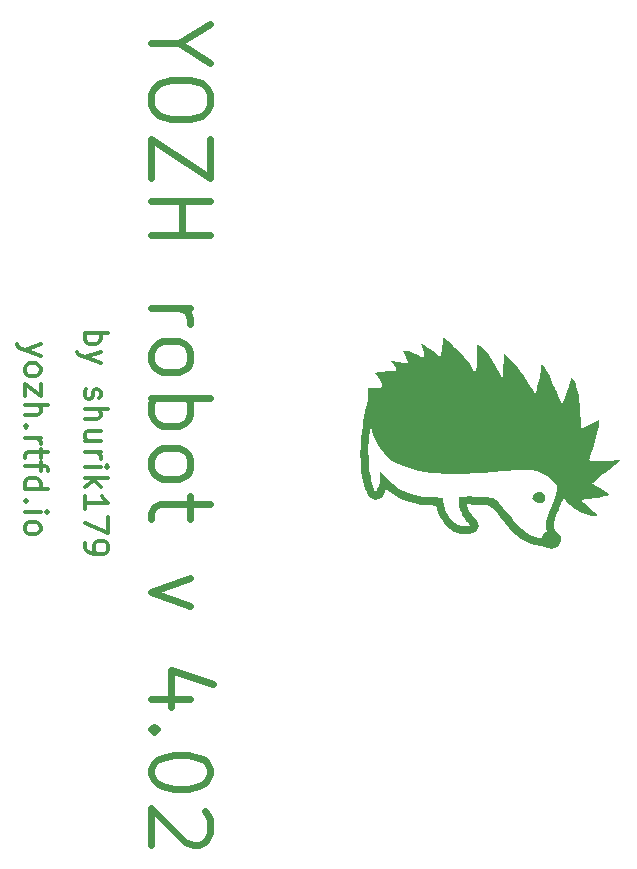
<source format=gbr>
%TF.GenerationSoftware,KiCad,Pcbnew,7.0.8*%
%TF.CreationDate,2023-10-27T09:19:23-04:00*%
%TF.ProjectId,bottom_plate,626f7474-6f6d-45f7-906c-6174652e6b69,rev?*%
%TF.SameCoordinates,Original*%
%TF.FileFunction,Legend,Top*%
%TF.FilePolarity,Positive*%
%FSLAX46Y46*%
G04 Gerber Fmt 4.6, Leading zero omitted, Abs format (unit mm)*
G04 Created by KiCad (PCBNEW 7.0.8) date 2023-10-27 09:19:23*
%MOMM*%
%LPD*%
G01*
G04 APERTURE LIST*
%ADD10C,0.600000*%
%ADD11C,0.300000*%
%ADD12C,3.200000*%
G04 APERTURE END LIST*
D10*
X38199057Y33587334D02*
X35818104Y33587334D01*
X40818104Y35254001D02*
X38199057Y33587334D01*
X38199057Y33587334D02*
X40818104Y31920668D01*
X40818104Y29301620D02*
X40818104Y28349239D01*
X40818104Y28349239D02*
X40580009Y27873049D01*
X40580009Y27873049D02*
X40103819Y27396858D01*
X40103819Y27396858D02*
X39151438Y27158763D01*
X39151438Y27158763D02*
X37484771Y27158763D01*
X37484771Y27158763D02*
X36532390Y27396858D01*
X36532390Y27396858D02*
X36056200Y27873049D01*
X36056200Y27873049D02*
X35818104Y28349239D01*
X35818104Y28349239D02*
X35818104Y29301620D01*
X35818104Y29301620D02*
X36056200Y29777811D01*
X36056200Y29777811D02*
X36532390Y30254001D01*
X36532390Y30254001D02*
X37484771Y30492097D01*
X37484771Y30492097D02*
X39151438Y30492097D01*
X39151438Y30492097D02*
X40103819Y30254001D01*
X40103819Y30254001D02*
X40580009Y29777811D01*
X40580009Y29777811D02*
X40818104Y29301620D01*
X40818104Y25492097D02*
X40818104Y22158763D01*
X40818104Y22158763D02*
X35818104Y25492097D01*
X35818104Y25492097D02*
X35818104Y22158763D01*
X35818104Y20254001D02*
X40818104Y20254001D01*
X38437152Y20254001D02*
X38437152Y17396858D01*
X35818104Y17396858D02*
X40818104Y17396858D01*
X35818104Y11206382D02*
X39151438Y11206382D01*
X38199057Y11206382D02*
X38675247Y10968287D01*
X38675247Y10968287D02*
X38913342Y10730192D01*
X38913342Y10730192D02*
X39151438Y10254001D01*
X39151438Y10254001D02*
X39151438Y9777811D01*
X35818104Y7396859D02*
X36056200Y7873049D01*
X36056200Y7873049D02*
X36294295Y8111144D01*
X36294295Y8111144D02*
X36770485Y8349240D01*
X36770485Y8349240D02*
X38199057Y8349240D01*
X38199057Y8349240D02*
X38675247Y8111144D01*
X38675247Y8111144D02*
X38913342Y7873049D01*
X38913342Y7873049D02*
X39151438Y7396859D01*
X39151438Y7396859D02*
X39151438Y6682573D01*
X39151438Y6682573D02*
X38913342Y6206382D01*
X38913342Y6206382D02*
X38675247Y5968287D01*
X38675247Y5968287D02*
X38199057Y5730192D01*
X38199057Y5730192D02*
X36770485Y5730192D01*
X36770485Y5730192D02*
X36294295Y5968287D01*
X36294295Y5968287D02*
X36056200Y6206382D01*
X36056200Y6206382D02*
X35818104Y6682573D01*
X35818104Y6682573D02*
X35818104Y7396859D01*
X35818104Y3587334D02*
X40818104Y3587334D01*
X38913342Y3587334D02*
X39151438Y3111144D01*
X39151438Y3111144D02*
X39151438Y2158763D01*
X39151438Y2158763D02*
X38913342Y1682572D01*
X38913342Y1682572D02*
X38675247Y1444477D01*
X38675247Y1444477D02*
X38199057Y1206382D01*
X38199057Y1206382D02*
X36770485Y1206382D01*
X36770485Y1206382D02*
X36294295Y1444477D01*
X36294295Y1444477D02*
X36056200Y1682572D01*
X36056200Y1682572D02*
X35818104Y2158763D01*
X35818104Y2158763D02*
X35818104Y3111144D01*
X35818104Y3111144D02*
X36056200Y3587334D01*
X35818104Y-1650761D02*
X36056200Y-1174571D01*
X36056200Y-1174571D02*
X36294295Y-936476D01*
X36294295Y-936476D02*
X36770485Y-698380D01*
X36770485Y-698380D02*
X38199057Y-698380D01*
X38199057Y-698380D02*
X38675247Y-936476D01*
X38675247Y-936476D02*
X38913342Y-1174571D01*
X38913342Y-1174571D02*
X39151438Y-1650761D01*
X39151438Y-1650761D02*
X39151438Y-2365047D01*
X39151438Y-2365047D02*
X38913342Y-2841238D01*
X38913342Y-2841238D02*
X38675247Y-3079333D01*
X38675247Y-3079333D02*
X38199057Y-3317428D01*
X38199057Y-3317428D02*
X36770485Y-3317428D01*
X36770485Y-3317428D02*
X36294295Y-3079333D01*
X36294295Y-3079333D02*
X36056200Y-2841238D01*
X36056200Y-2841238D02*
X35818104Y-2365047D01*
X35818104Y-2365047D02*
X35818104Y-1650761D01*
X39151438Y-4746000D02*
X39151438Y-6650762D01*
X40818104Y-5460286D02*
X36532390Y-5460286D01*
X36532390Y-5460286D02*
X36056200Y-5698381D01*
X36056200Y-5698381D02*
X35818104Y-6174571D01*
X35818104Y-6174571D02*
X35818104Y-6650762D01*
X39151438Y-11650762D02*
X35818104Y-12841238D01*
X35818104Y-12841238D02*
X39151438Y-14031715D01*
X39151438Y-21888858D02*
X35818104Y-21888858D01*
X41056200Y-20698382D02*
X37484771Y-19507905D01*
X37484771Y-19507905D02*
X37484771Y-22603144D01*
X36294295Y-24507906D02*
X36056200Y-24746001D01*
X36056200Y-24746001D02*
X35818104Y-24507906D01*
X35818104Y-24507906D02*
X36056200Y-24269810D01*
X36056200Y-24269810D02*
X36294295Y-24507906D01*
X36294295Y-24507906D02*
X35818104Y-24507906D01*
X40818104Y-27841239D02*
X40818104Y-28317429D01*
X40818104Y-28317429D02*
X40580009Y-28793620D01*
X40580009Y-28793620D02*
X40341914Y-29031715D01*
X40341914Y-29031715D02*
X39865723Y-29269810D01*
X39865723Y-29269810D02*
X38913342Y-29507905D01*
X38913342Y-29507905D02*
X37722866Y-29507905D01*
X37722866Y-29507905D02*
X36770485Y-29269810D01*
X36770485Y-29269810D02*
X36294295Y-29031715D01*
X36294295Y-29031715D02*
X36056200Y-28793620D01*
X36056200Y-28793620D02*
X35818104Y-28317429D01*
X35818104Y-28317429D02*
X35818104Y-27841239D01*
X35818104Y-27841239D02*
X36056200Y-27365048D01*
X36056200Y-27365048D02*
X36294295Y-27126953D01*
X36294295Y-27126953D02*
X36770485Y-26888858D01*
X36770485Y-26888858D02*
X37722866Y-26650762D01*
X37722866Y-26650762D02*
X38913342Y-26650762D01*
X38913342Y-26650762D02*
X39865723Y-26888858D01*
X39865723Y-26888858D02*
X40341914Y-27126953D01*
X40341914Y-27126953D02*
X40580009Y-27365048D01*
X40580009Y-27365048D02*
X40818104Y-27841239D01*
X40341914Y-31412667D02*
X40580009Y-31650763D01*
X40580009Y-31650763D02*
X40818104Y-32126953D01*
X40818104Y-32126953D02*
X40818104Y-33317429D01*
X40818104Y-33317429D02*
X40580009Y-33793620D01*
X40580009Y-33793620D02*
X40341914Y-34031715D01*
X40341914Y-34031715D02*
X39865723Y-34269810D01*
X39865723Y-34269810D02*
X39389533Y-34269810D01*
X39389533Y-34269810D02*
X38675247Y-34031715D01*
X38675247Y-34031715D02*
X35818104Y-31174572D01*
X35818104Y-31174572D02*
X35818104Y-34269810D01*
D11*
X30205361Y9079335D02*
X32205361Y9079335D01*
X31443457Y9079335D02*
X31538695Y8888859D01*
X31538695Y8888859D02*
X31538695Y8507906D01*
X31538695Y8507906D02*
X31443457Y8317430D01*
X31443457Y8317430D02*
X31348219Y8222192D01*
X31348219Y8222192D02*
X31157742Y8126954D01*
X31157742Y8126954D02*
X30586314Y8126954D01*
X30586314Y8126954D02*
X30395838Y8222192D01*
X30395838Y8222192D02*
X30300600Y8317430D01*
X30300600Y8317430D02*
X30205361Y8507906D01*
X30205361Y8507906D02*
X30205361Y8888859D01*
X30205361Y8888859D02*
X30300600Y9079335D01*
X31538695Y7460287D02*
X30205361Y6984097D01*
X31538695Y6507906D02*
X30205361Y6984097D01*
X30205361Y6984097D02*
X29729171Y7174573D01*
X29729171Y7174573D02*
X29633933Y7269811D01*
X29633933Y7269811D02*
X29538695Y7460287D01*
X30300600Y4317429D02*
X30205361Y4126953D01*
X30205361Y4126953D02*
X30205361Y3746001D01*
X30205361Y3746001D02*
X30300600Y3555524D01*
X30300600Y3555524D02*
X30491076Y3460286D01*
X30491076Y3460286D02*
X30586314Y3460286D01*
X30586314Y3460286D02*
X30776790Y3555524D01*
X30776790Y3555524D02*
X30872028Y3746001D01*
X30872028Y3746001D02*
X30872028Y4031715D01*
X30872028Y4031715D02*
X30967266Y4222191D01*
X30967266Y4222191D02*
X31157742Y4317429D01*
X31157742Y4317429D02*
X31252980Y4317429D01*
X31252980Y4317429D02*
X31443457Y4222191D01*
X31443457Y4222191D02*
X31538695Y4031715D01*
X31538695Y4031715D02*
X31538695Y3746001D01*
X31538695Y3746001D02*
X31443457Y3555524D01*
X30205361Y2603143D02*
X32205361Y2603143D01*
X30205361Y1746000D02*
X31252980Y1746000D01*
X31252980Y1746000D02*
X31443457Y1841238D01*
X31443457Y1841238D02*
X31538695Y2031714D01*
X31538695Y2031714D02*
X31538695Y2317429D01*
X31538695Y2317429D02*
X31443457Y2507905D01*
X31443457Y2507905D02*
X31348219Y2603143D01*
X31538695Y-63524D02*
X30205361Y-63524D01*
X31538695Y793619D02*
X30491076Y793619D01*
X30491076Y793619D02*
X30300600Y698381D01*
X30300600Y698381D02*
X30205361Y507905D01*
X30205361Y507905D02*
X30205361Y222190D01*
X30205361Y222190D02*
X30300600Y31714D01*
X30300600Y31714D02*
X30395838Y-63524D01*
X30205361Y-1015905D02*
X31538695Y-1015905D01*
X31157742Y-1015905D02*
X31348219Y-1111143D01*
X31348219Y-1111143D02*
X31443457Y-1206381D01*
X31443457Y-1206381D02*
X31538695Y-1396857D01*
X31538695Y-1396857D02*
X31538695Y-1587334D01*
X30205361Y-2254000D02*
X31538695Y-2254000D01*
X32205361Y-2254000D02*
X32110123Y-2158762D01*
X32110123Y-2158762D02*
X32014885Y-2254000D01*
X32014885Y-2254000D02*
X32110123Y-2349238D01*
X32110123Y-2349238D02*
X32205361Y-2254000D01*
X32205361Y-2254000D02*
X32014885Y-2254000D01*
X30205361Y-3206381D02*
X32205361Y-3206381D01*
X30967266Y-3396857D02*
X30205361Y-3968286D01*
X31538695Y-3968286D02*
X30776790Y-3206381D01*
X30205361Y-5873048D02*
X30205361Y-4730191D01*
X30205361Y-5301619D02*
X32205361Y-5301619D01*
X32205361Y-5301619D02*
X31919647Y-5111143D01*
X31919647Y-5111143D02*
X31729171Y-4920667D01*
X31729171Y-4920667D02*
X31633933Y-4730191D01*
X32205361Y-6539715D02*
X32205361Y-7873048D01*
X32205361Y-7873048D02*
X30205361Y-7015905D01*
X30205361Y-8730191D02*
X30205361Y-9111143D01*
X30205361Y-9111143D02*
X30300600Y-9301620D01*
X30300600Y-9301620D02*
X30395838Y-9396858D01*
X30395838Y-9396858D02*
X30681552Y-9587334D01*
X30681552Y-9587334D02*
X31062504Y-9682572D01*
X31062504Y-9682572D02*
X31824409Y-9682572D01*
X31824409Y-9682572D02*
X32014885Y-9587334D01*
X32014885Y-9587334D02*
X32110123Y-9492096D01*
X32110123Y-9492096D02*
X32205361Y-9301620D01*
X32205361Y-9301620D02*
X32205361Y-8920667D01*
X32205361Y-8920667D02*
X32110123Y-8730191D01*
X32110123Y-8730191D02*
X32014885Y-8634953D01*
X32014885Y-8634953D02*
X31824409Y-8539715D01*
X31824409Y-8539715D02*
X31348219Y-8539715D01*
X31348219Y-8539715D02*
X31157742Y-8634953D01*
X31157742Y-8634953D02*
X31062504Y-8730191D01*
X31062504Y-8730191D02*
X30967266Y-8920667D01*
X30967266Y-8920667D02*
X30967266Y-9301620D01*
X30967266Y-9301620D02*
X31062504Y-9492096D01*
X31062504Y-9492096D02*
X31157742Y-9587334D01*
X31157742Y-9587334D02*
X31348219Y-9682572D01*
X26458695Y8095239D02*
X25125361Y7619049D01*
X26458695Y7142858D02*
X25125361Y7619049D01*
X25125361Y7619049D02*
X24649171Y7809525D01*
X24649171Y7809525D02*
X24553933Y7904763D01*
X24553933Y7904763D02*
X24458695Y8095239D01*
X25125361Y6095239D02*
X25220600Y6285715D01*
X25220600Y6285715D02*
X25315838Y6380953D01*
X25315838Y6380953D02*
X25506314Y6476191D01*
X25506314Y6476191D02*
X26077742Y6476191D01*
X26077742Y6476191D02*
X26268219Y6380953D01*
X26268219Y6380953D02*
X26363457Y6285715D01*
X26363457Y6285715D02*
X26458695Y6095239D01*
X26458695Y6095239D02*
X26458695Y5809524D01*
X26458695Y5809524D02*
X26363457Y5619048D01*
X26363457Y5619048D02*
X26268219Y5523810D01*
X26268219Y5523810D02*
X26077742Y5428572D01*
X26077742Y5428572D02*
X25506314Y5428572D01*
X25506314Y5428572D02*
X25315838Y5523810D01*
X25315838Y5523810D02*
X25220600Y5619048D01*
X25220600Y5619048D02*
X25125361Y5809524D01*
X25125361Y5809524D02*
X25125361Y6095239D01*
X26458695Y4761905D02*
X26458695Y3714286D01*
X26458695Y3714286D02*
X25125361Y4761905D01*
X25125361Y4761905D02*
X25125361Y3714286D01*
X25125361Y2952381D02*
X27125361Y2952381D01*
X25125361Y2095238D02*
X26172980Y2095238D01*
X26172980Y2095238D02*
X26363457Y2190476D01*
X26363457Y2190476D02*
X26458695Y2380952D01*
X26458695Y2380952D02*
X26458695Y2666667D01*
X26458695Y2666667D02*
X26363457Y2857143D01*
X26363457Y2857143D02*
X26268219Y2952381D01*
X25315838Y1142857D02*
X25220600Y1047619D01*
X25220600Y1047619D02*
X25125361Y1142857D01*
X25125361Y1142857D02*
X25220600Y1238095D01*
X25220600Y1238095D02*
X25315838Y1142857D01*
X25315838Y1142857D02*
X25125361Y1142857D01*
X25125361Y190476D02*
X26458695Y190476D01*
X26077742Y190476D02*
X26268219Y95238D01*
X26268219Y95238D02*
X26363457Y0D01*
X26363457Y0D02*
X26458695Y-190476D01*
X26458695Y-190476D02*
X26458695Y-380953D01*
X26458695Y-761905D02*
X26458695Y-1523809D01*
X27125361Y-1047619D02*
X25411076Y-1047619D01*
X25411076Y-1047619D02*
X25220600Y-1142857D01*
X25220600Y-1142857D02*
X25125361Y-1333333D01*
X25125361Y-1333333D02*
X25125361Y-1523809D01*
X26458695Y-1904762D02*
X26458695Y-2666666D01*
X25125361Y-2190476D02*
X26839647Y-2190476D01*
X26839647Y-2190476D02*
X27030123Y-2285714D01*
X27030123Y-2285714D02*
X27125361Y-2476190D01*
X27125361Y-2476190D02*
X27125361Y-2666666D01*
X25125361Y-4190476D02*
X27125361Y-4190476D01*
X25220600Y-4190476D02*
X25125361Y-4000000D01*
X25125361Y-4000000D02*
X25125361Y-3619047D01*
X25125361Y-3619047D02*
X25220600Y-3428571D01*
X25220600Y-3428571D02*
X25315838Y-3333333D01*
X25315838Y-3333333D02*
X25506314Y-3238095D01*
X25506314Y-3238095D02*
X26077742Y-3238095D01*
X26077742Y-3238095D02*
X26268219Y-3333333D01*
X26268219Y-3333333D02*
X26363457Y-3428571D01*
X26363457Y-3428571D02*
X26458695Y-3619047D01*
X26458695Y-3619047D02*
X26458695Y-4000000D01*
X26458695Y-4000000D02*
X26363457Y-4190476D01*
X25315838Y-5142857D02*
X25220600Y-5238095D01*
X25220600Y-5238095D02*
X25125361Y-5142857D01*
X25125361Y-5142857D02*
X25220600Y-5047619D01*
X25220600Y-5047619D02*
X25315838Y-5142857D01*
X25315838Y-5142857D02*
X25125361Y-5142857D01*
X25125361Y-6095238D02*
X26458695Y-6095238D01*
X27125361Y-6095238D02*
X27030123Y-6000000D01*
X27030123Y-6000000D02*
X26934885Y-6095238D01*
X26934885Y-6095238D02*
X27030123Y-6190476D01*
X27030123Y-6190476D02*
X27125361Y-6095238D01*
X27125361Y-6095238D02*
X26934885Y-6095238D01*
X25125361Y-7333333D02*
X25220600Y-7142857D01*
X25220600Y-7142857D02*
X25315838Y-7047619D01*
X25315838Y-7047619D02*
X25506314Y-6952381D01*
X25506314Y-6952381D02*
X26077742Y-6952381D01*
X26077742Y-6952381D02*
X26268219Y-7047619D01*
X26268219Y-7047619D02*
X26363457Y-7142857D01*
X26363457Y-7142857D02*
X26458695Y-7333333D01*
X26458695Y-7333333D02*
X26458695Y-7619048D01*
X26458695Y-7619048D02*
X26363457Y-7809524D01*
X26363457Y-7809524D02*
X26268219Y-7904762D01*
X26268219Y-7904762D02*
X26077742Y-8000000D01*
X26077742Y-8000000D02*
X25506314Y-8000000D01*
X25506314Y-8000000D02*
X25315838Y-7904762D01*
X25315838Y-7904762D02*
X25220600Y-7809524D01*
X25220600Y-7809524D02*
X25125361Y-7619048D01*
X25125361Y-7619048D02*
X25125361Y-7333333D01*
X63693847Y-653874D02*
X63621276Y-799017D01*
X63621276Y-799017D02*
X63621276Y-1016731D01*
X63621276Y-1016731D02*
X63693847Y-1234445D01*
X63693847Y-1234445D02*
X63838990Y-1379588D01*
X63838990Y-1379588D02*
X63984133Y-1452159D01*
X63984133Y-1452159D02*
X64274419Y-1524731D01*
X64274419Y-1524731D02*
X64492133Y-1524731D01*
X64492133Y-1524731D02*
X64782419Y-1452159D01*
X64782419Y-1452159D02*
X64927562Y-1379588D01*
X64927562Y-1379588D02*
X65072705Y-1234445D01*
X65072705Y-1234445D02*
X65145276Y-1016731D01*
X65145276Y-1016731D02*
X65145276Y-871588D01*
X65145276Y-871588D02*
X65072705Y-653874D01*
X65072705Y-653874D02*
X65000133Y-581302D01*
X65000133Y-581302D02*
X64492133Y-581302D01*
X64492133Y-581302D02*
X64492133Y-871588D01*
X63621276Y289555D02*
X63984133Y289555D01*
X63838990Y-73302D02*
X63984133Y289555D01*
X63984133Y289555D02*
X63838990Y652412D01*
X64274419Y71841D02*
X63984133Y289555D01*
X63984133Y289555D02*
X64274419Y507269D01*
X63621276Y1450698D02*
X63984133Y1450698D01*
X63838990Y1087841D02*
X63984133Y1450698D01*
X63984133Y1450698D02*
X63838990Y1813555D01*
X64274419Y1232984D02*
X63984133Y1450698D01*
X63984133Y1450698D02*
X64274419Y1668412D01*
X63621276Y2611841D02*
X63984133Y2611841D01*
X63838990Y2248984D02*
X63984133Y2611841D01*
X63984133Y2611841D02*
X63838990Y2974698D01*
X64274419Y2394127D02*
X63984133Y2611841D01*
X63984133Y2611841D02*
X64274419Y2829555D01*
%TO.C,G\u002A\u002A\u002A*%
G36*
X68848308Y-4427805D02*
G01*
X69008891Y-4506601D01*
X69126019Y-4623388D01*
X69193042Y-4766271D01*
X69203311Y-4923355D01*
X69150178Y-5082744D01*
X69084709Y-5174979D01*
X68931757Y-5298140D01*
X68756689Y-5357298D01*
X68574523Y-5354686D01*
X68400281Y-5292533D01*
X68248983Y-5173072D01*
X68154031Y-5036731D01*
X68108657Y-4914806D01*
X68114215Y-4798964D01*
X68164305Y-4671969D01*
X68261478Y-4550726D01*
X68407488Y-4456784D01*
X68576306Y-4404751D01*
X68650918Y-4398896D01*
X68848308Y-4427805D01*
G37*
G36*
X60593289Y8671854D02*
G01*
X60674575Y8613322D01*
X60791184Y8519147D01*
X60933421Y8397832D01*
X61091590Y8257884D01*
X61255997Y8107808D01*
X61416946Y7956108D01*
X61564743Y7811291D01*
X61629331Y7745517D01*
X61871400Y7491841D01*
X62106873Y7239011D01*
X62328069Y6995716D01*
X62527307Y6770646D01*
X62696907Y6572491D01*
X62829188Y6409940D01*
X62916469Y6291685D01*
X62922720Y6282177D01*
X63002045Y6136273D01*
X63077282Y5959734D01*
X63121496Y5826571D01*
X63193206Y5567472D01*
X63302009Y5909176D01*
X63348790Y6064556D01*
X63380032Y6197253D01*
X63398800Y6330687D01*
X63408157Y6488279D01*
X63411168Y6693451D01*
X63411280Y6744452D01*
X63409829Y6977490D01*
X63405536Y7227588D01*
X63399103Y7461706D01*
X63392766Y7617696D01*
X63384919Y7790159D01*
X63383731Y7901071D01*
X63391527Y7964691D01*
X63410634Y7995276D01*
X63443378Y8007087D01*
X63456638Y8009163D01*
X63553670Y8001351D01*
X63668857Y7948735D01*
X63810077Y7846225D01*
X63985208Y7688734D01*
X64049094Y7626491D01*
X64179999Y7491810D01*
X64301125Y7354152D01*
X64418046Y7204849D01*
X64536336Y7035233D01*
X64661570Y6836637D01*
X64799320Y6600392D01*
X64955162Y6317830D01*
X65134669Y5980284D01*
X65251090Y5757307D01*
X65342163Y5585047D01*
X65424524Y5434803D01*
X65490167Y5320800D01*
X65531084Y5257258D01*
X65535800Y5251641D01*
X65552433Y5247949D01*
X65567045Y5279267D01*
X65580532Y5353044D01*
X65593788Y5476729D01*
X65607708Y5657770D01*
X65623186Y5903617D01*
X65631552Y6048950D01*
X65646727Y6307065D01*
X65662199Y6550465D01*
X65676987Y6765137D01*
X65690109Y6937065D01*
X65700586Y7052237D01*
X65703528Y7077164D01*
X65727743Y7258007D01*
X65927637Y7123232D01*
X66120459Y6974768D01*
X66328446Y6778217D01*
X66553885Y6530620D01*
X66799062Y6229015D01*
X67066266Y5870443D01*
X67357783Y5451943D01*
X67675901Y4970553D01*
X68022905Y4423315D01*
X68062108Y4360308D01*
X68164288Y4201096D01*
X68253986Y4071224D01*
X68323280Y3981431D01*
X68364244Y3942452D01*
X68370297Y3942670D01*
X68389702Y3990123D01*
X68422956Y4102972D01*
X68467875Y4272390D01*
X68522280Y4489551D01*
X68583988Y4745626D01*
X68650817Y5031790D01*
X68720587Y5339215D01*
X68765553Y5542034D01*
X68805028Y5745947D01*
X68836408Y5954061D01*
X68855756Y6137488D01*
X68860030Y6234933D01*
X68864044Y6365090D01*
X68874598Y6459064D01*
X68889461Y6497543D01*
X68890391Y6497666D01*
X68924709Y6466962D01*
X68988991Y6383238D01*
X69074957Y6259074D01*
X69174329Y6107053D01*
X69278828Y5939756D01*
X69380175Y5769763D01*
X69447558Y5650930D01*
X69498345Y5549898D01*
X69572596Y5389827D01*
X69665324Y5182082D01*
X69771544Y4938028D01*
X69886269Y4669030D01*
X70004513Y4386450D01*
X70038950Y4303097D01*
X70152076Y4031947D01*
X70258699Y3782976D01*
X70354801Y3565061D01*
X70436364Y3387077D01*
X70499370Y3257902D01*
X70539801Y3186411D01*
X70549362Y3175543D01*
X70612267Y3162230D01*
X70662001Y3206227D01*
X70702116Y3279738D01*
X70760526Y3412586D01*
X70832437Y3591768D01*
X70913056Y3804281D01*
X70997589Y4037122D01*
X71081245Y4277288D01*
X71159229Y4511776D01*
X71226749Y4727584D01*
X71242921Y4782188D01*
X71298033Y4962752D01*
X71349100Y5115064D01*
X71391103Y5225177D01*
X71419023Y5279144D01*
X71422810Y5282109D01*
X71460470Y5259362D01*
X71521168Y5186554D01*
X71584692Y5090704D01*
X71678537Y4920544D01*
X71761045Y4736143D01*
X71833577Y4530409D01*
X71897495Y4296246D01*
X71954161Y4026562D01*
X72004936Y3714263D01*
X72051181Y3352255D01*
X72094259Y2933444D01*
X72135530Y2450737D01*
X72163942Y2072874D01*
X72184571Y1792490D01*
X72204238Y1537527D01*
X72222130Y1317587D01*
X72237434Y1142270D01*
X72249336Y1021178D01*
X72257023Y963911D01*
X72258161Y960721D01*
X72294499Y972462D01*
X72385775Y1012974D01*
X72519536Y1076038D01*
X72683329Y1155431D01*
X72864700Y1244935D01*
X73051196Y1338327D01*
X73230365Y1429389D01*
X73389752Y1511900D01*
X73516905Y1579638D01*
X73599370Y1626384D01*
X73623005Y1642468D01*
X73692253Y1674020D01*
X73711163Y1675842D01*
X73739765Y1659412D01*
X73749364Y1600347D01*
X73741828Y1483981D01*
X73738987Y1457531D01*
X73700921Y1163254D01*
X73651136Y869937D01*
X73586610Y565356D01*
X73504319Y237290D01*
X73401239Y-126483D01*
X73274346Y-538187D01*
X73151946Y-915451D01*
X73077603Y-1146278D01*
X73014731Y-1352374D01*
X72966291Y-1523091D01*
X72935245Y-1647779D01*
X72924553Y-1715790D01*
X72926893Y-1724922D01*
X72973263Y-1731855D01*
X73084576Y-1739664D01*
X73249855Y-1747850D01*
X73458120Y-1755912D01*
X73698393Y-1763351D01*
X73862892Y-1767531D01*
X74175843Y-1773737D01*
X74426391Y-1775813D01*
X74627979Y-1773315D01*
X74794048Y-1765798D01*
X74938039Y-1752817D01*
X75073396Y-1733930D01*
X75120511Y-1725966D01*
X75276293Y-1701074D01*
X75402308Y-1685517D01*
X75481112Y-1681208D01*
X75498211Y-1684511D01*
X75484162Y-1722960D01*
X75410650Y-1804686D01*
X75279489Y-1928118D01*
X75092491Y-2091685D01*
X74851467Y-2293814D01*
X74558231Y-2532934D01*
X74214594Y-2807473D01*
X74090000Y-2905924D01*
X73859669Y-3088514D01*
X73649794Y-3256891D01*
X73467531Y-3405157D01*
X73320031Y-3527414D01*
X73214449Y-3617766D01*
X73157937Y-3670315D01*
X73150314Y-3680657D01*
X73182164Y-3710753D01*
X73268172Y-3765123D01*
X73394029Y-3835210D01*
X73501510Y-3890710D01*
X73793940Y-4046576D01*
X74069876Y-4211231D01*
X74310246Y-4372712D01*
X74477518Y-4502956D01*
X74555512Y-4572925D01*
X74581263Y-4612566D01*
X74561003Y-4639994D01*
X74530669Y-4657420D01*
X74395927Y-4712308D01*
X74197156Y-4769743D01*
X73946112Y-4827528D01*
X73654552Y-4883464D01*
X73334233Y-4935353D01*
X72996910Y-4980995D01*
X72654340Y-5018193D01*
X72552332Y-5027375D01*
X72409005Y-5042296D01*
X72300148Y-5058719D01*
X72243396Y-5073787D01*
X72239103Y-5078108D01*
X72265870Y-5109344D01*
X72341166Y-5184646D01*
X72457483Y-5296833D01*
X72607315Y-5438727D01*
X72783155Y-5603147D01*
X72938640Y-5747121D01*
X73130193Y-5924744D01*
X73301956Y-6085913D01*
X73446379Y-6223388D01*
X73555909Y-6329927D01*
X73622995Y-6398290D01*
X73641032Y-6420645D01*
X73608748Y-6440767D01*
X73516327Y-6448365D01*
X73378414Y-6444088D01*
X73209655Y-6428582D01*
X73024696Y-6402496D01*
X72955181Y-6390310D01*
X72515678Y-6279502D01*
X72123050Y-6116826D01*
X71845784Y-5953859D01*
X71695602Y-5840536D01*
X71514881Y-5684839D01*
X71320831Y-5503437D01*
X71130660Y-5312998D01*
X70961580Y-5130191D01*
X70830799Y-4971685D01*
X70828337Y-4968403D01*
X70728945Y-4835518D01*
X70687355Y-4989068D01*
X70660638Y-5069973D01*
X70609836Y-5207997D01*
X70539964Y-5390124D01*
X70456036Y-5603337D01*
X70363067Y-5834617D01*
X70336328Y-5900278D01*
X70217558Y-6191167D01*
X70124263Y-6420969D01*
X70053355Y-6598953D01*
X70001745Y-6734390D01*
X69966343Y-6836548D01*
X69944062Y-6914697D01*
X69931810Y-6978107D01*
X69926500Y-7036047D01*
X69925043Y-7097787D01*
X69924776Y-7135257D01*
X69947361Y-7398113D01*
X70020966Y-7607573D01*
X70147482Y-7768145D01*
X70211958Y-7818754D01*
X70378781Y-7973279D01*
X70483569Y-8155369D01*
X70529140Y-8353084D01*
X70518307Y-8554483D01*
X70453886Y-8747629D01*
X70338692Y-8920579D01*
X70175541Y-9061396D01*
X69967247Y-9158139D01*
X69891497Y-9177843D01*
X69696379Y-9194236D01*
X69496111Y-9168962D01*
X69324197Y-9107032D01*
X69292261Y-9088177D01*
X69221633Y-9062140D01*
X69095580Y-9033887D01*
X68934353Y-9007480D01*
X68817672Y-8992945D01*
X68306665Y-8899694D01*
X67809513Y-8734450D01*
X67335264Y-8501004D01*
X66892964Y-8203146D01*
X66848481Y-8168078D01*
X66697508Y-8043229D01*
X66560304Y-7919308D01*
X66426604Y-7785138D01*
X66286144Y-7629543D01*
X66128662Y-7441347D01*
X65943893Y-7209374D01*
X65810316Y-7037611D01*
X65600663Y-6770324D01*
X65390666Y-6509911D01*
X65189260Y-6266972D01*
X65005384Y-6052109D01*
X64847972Y-5875922D01*
X64725961Y-5749011D01*
X64715742Y-5739142D01*
X64625165Y-5664997D01*
X64519205Y-5606071D01*
X64388115Y-5560467D01*
X64222148Y-5526287D01*
X64011557Y-5501632D01*
X63746596Y-5484605D01*
X63417517Y-5473308D01*
X63341512Y-5471533D01*
X62549899Y-5454182D01*
X62577361Y-5543505D01*
X62656035Y-5769483D01*
X62749595Y-5972548D01*
X62869054Y-6171261D01*
X63025425Y-6384184D01*
X63204834Y-6600989D01*
X63385803Y-6839388D01*
X63498016Y-7053945D01*
X63543404Y-7248546D01*
X63544634Y-7284511D01*
X63536317Y-7380742D01*
X63502957Y-7463626D01*
X63431942Y-7557997D01*
X63372406Y-7623644D01*
X63204118Y-7779232D01*
X63028516Y-7885606D01*
X62827425Y-7949621D01*
X62582671Y-7978133D01*
X62424604Y-7981175D01*
X62076377Y-7956432D01*
X61759724Y-7881799D01*
X61459188Y-7751174D01*
X61159310Y-7558457D01*
X60968703Y-7406614D01*
X60726863Y-7164896D01*
X60497378Y-6867297D01*
X60292408Y-6533869D01*
X60124111Y-6184665D01*
X60004647Y-5839737D01*
X59994101Y-5799310D01*
X59931100Y-5548154D01*
X59393398Y-5526894D01*
X58702198Y-5465533D01*
X58041793Y-5337916D01*
X57415181Y-5145053D01*
X56825360Y-4887954D01*
X56275326Y-4567629D01*
X56028579Y-4393403D01*
X55742630Y-4179090D01*
X55602504Y-4445383D01*
X55524675Y-4584981D01*
X55448663Y-4707504D01*
X55389401Y-4789070D01*
X55383517Y-4795621D01*
X55244160Y-4904618D01*
X55064697Y-4992309D01*
X54880099Y-5043502D01*
X54796445Y-5050665D01*
X54613674Y-5026771D01*
X54453337Y-4950881D01*
X54308152Y-4816681D01*
X54170837Y-4617861D01*
X54066416Y-4417880D01*
X53961186Y-4154578D01*
X53863102Y-3828966D01*
X53774112Y-3454491D01*
X53696166Y-3044598D01*
X53631211Y-2612735D01*
X53581198Y-2172346D01*
X53548074Y-1736880D01*
X53533789Y-1319781D01*
X53540292Y-934497D01*
X53546389Y-829987D01*
X53550770Y-770856D01*
X54219610Y-770856D01*
X54221888Y-1085888D01*
X54228750Y-1411395D01*
X54239845Y-1731068D01*
X54254825Y-2028604D01*
X54273341Y-2287694D01*
X54295042Y-2492033D01*
X54296208Y-2500540D01*
X54343477Y-2805549D01*
X54399563Y-3109325D01*
X54461783Y-3401710D01*
X54527455Y-3672548D01*
X54593896Y-3911683D01*
X54658425Y-4108958D01*
X54718359Y-4254216D01*
X54771016Y-4337300D01*
X54784095Y-4348042D01*
X54835275Y-4338927D01*
X54904041Y-4271551D01*
X54980925Y-4158601D01*
X55056459Y-4012769D01*
X55086094Y-3943291D01*
X55119960Y-3849193D01*
X55143478Y-3754108D01*
X55158515Y-3641279D01*
X55166939Y-3493947D01*
X55170618Y-3295353D01*
X55171239Y-3179361D01*
X55172885Y-2624251D01*
X55685441Y-3147342D01*
X56000903Y-3457835D01*
X56289666Y-3715637D01*
X56566294Y-3931806D01*
X56845348Y-4117398D01*
X57141392Y-4283470D01*
X57261077Y-4343614D01*
X57572960Y-4484620D01*
X57880821Y-4598206D01*
X58198327Y-4687178D01*
X58539140Y-4754338D01*
X58916926Y-4802492D01*
X59345350Y-4834444D01*
X59728939Y-4850084D01*
X60526248Y-4873485D01*
X60569471Y-5202129D01*
X60625565Y-5526365D01*
X60707475Y-5811028D01*
X60825959Y-6090972D01*
X60872370Y-6183351D01*
X61071784Y-6509991D01*
X61302993Y-6788130D01*
X61558729Y-7012940D01*
X61831724Y-7179594D01*
X62114713Y-7283265D01*
X62400426Y-7319125D01*
X62564020Y-7307027D01*
X62678996Y-7287388D01*
X62751378Y-7263061D01*
X62780218Y-7224264D01*
X62764566Y-7161215D01*
X62703475Y-7064130D01*
X62595995Y-6923226D01*
X62517189Y-6824039D01*
X62386921Y-6652933D01*
X62264566Y-6478325D01*
X62163870Y-6320686D01*
X62098624Y-6200596D01*
X61994582Y-5914405D01*
X61919091Y-5588274D01*
X61878880Y-5254995D01*
X61874081Y-5106297D01*
X61874081Y-4823351D01*
X62206293Y-4795538D01*
X62379436Y-4786629D01*
X62609709Y-4782846D01*
X62880170Y-4783710D01*
X63173879Y-4788745D01*
X63473896Y-4797470D01*
X63763277Y-4809408D01*
X64025083Y-4824082D01*
X64242373Y-4841012D01*
X64379911Y-4856893D01*
X64534136Y-4882011D01*
X64668616Y-4912206D01*
X64790222Y-4953212D01*
X64905829Y-5010764D01*
X65022308Y-5090595D01*
X65146532Y-5198440D01*
X65285373Y-5340032D01*
X65445705Y-5521107D01*
X65634400Y-5747397D01*
X65858330Y-6024638D01*
X66015241Y-6221318D01*
X66351833Y-6635984D01*
X66655506Y-6990793D01*
X66932658Y-7290852D01*
X67189688Y-7541266D01*
X67432993Y-7747144D01*
X67668971Y-7913590D01*
X67904020Y-8045712D01*
X68144537Y-8148616D01*
X68396921Y-8227408D01*
X68582879Y-8270705D01*
X68744388Y-8298234D01*
X68848717Y-8297689D01*
X68910838Y-8264657D01*
X68945726Y-8194722D01*
X68954159Y-8161233D01*
X69007153Y-8041084D01*
X69103006Y-7914936D01*
X69217656Y-7812669D01*
X69252329Y-7790996D01*
X69289205Y-7763332D01*
X69304016Y-7720718D01*
X69298486Y-7643162D01*
X69275824Y-7518223D01*
X69239153Y-7223117D01*
X69252649Y-6942052D01*
X69319238Y-6654596D01*
X69441846Y-6340315D01*
X69445720Y-6331794D01*
X69704626Y-5725692D01*
X69919978Y-5140296D01*
X70087596Y-4587636D01*
X70169965Y-4247028D01*
X70196884Y-4108918D01*
X70203720Y-4015951D01*
X70189040Y-3939660D01*
X70151409Y-3851578D01*
X70149870Y-3848373D01*
X69993586Y-3600286D01*
X69772156Y-3360734D01*
X69496361Y-3137118D01*
X69176981Y-2936836D01*
X68824796Y-2767288D01*
X68450587Y-2635873D01*
X68339932Y-2606064D01*
X68142370Y-2566522D01*
X67910484Y-2539403D01*
X67638537Y-2524785D01*
X67320789Y-2522745D01*
X66951503Y-2533360D01*
X66524941Y-2556708D01*
X66035364Y-2592865D01*
X65477033Y-2641910D01*
X65442990Y-2645098D01*
X64945660Y-2691305D01*
X64512363Y-2730189D01*
X64131613Y-2762384D01*
X63791929Y-2788527D01*
X63481825Y-2809253D01*
X63189819Y-2825199D01*
X62904425Y-2837000D01*
X62614162Y-2845293D01*
X62307545Y-2850714D01*
X61973089Y-2853897D01*
X61646278Y-2855355D01*
X61206744Y-2855242D01*
X60830106Y-2851689D01*
X60503371Y-2843929D01*
X60213549Y-2831198D01*
X59947647Y-2812732D01*
X59692674Y-2787765D01*
X59435640Y-2755532D01*
X59163551Y-2715269D01*
X59102482Y-2705594D01*
X58512092Y-2594889D01*
X57952143Y-2457622D01*
X57431851Y-2296913D01*
X56960434Y-2115884D01*
X56547108Y-1917658D01*
X56251014Y-1739780D01*
X55882131Y-1448609D01*
X55539612Y-1093391D01*
X55229613Y-683278D01*
X54958290Y-227420D01*
X54731799Y265033D01*
X54559095Y774941D01*
X54513693Y926467D01*
X54473086Y1043952D01*
X54442682Y1112705D01*
X54430573Y1124112D01*
X54414793Y1081424D01*
X54392052Y976434D01*
X54364430Y822235D01*
X54334007Y631919D01*
X54302864Y418579D01*
X54273080Y195306D01*
X54246736Y-24806D01*
X54243765Y-51662D01*
X54230199Y-237436D01*
X54222264Y-482603D01*
X54219610Y-770856D01*
X53550770Y-770856D01*
X53586307Y-291201D01*
X53628781Y194925D01*
X53676276Y646031D01*
X53731259Y1079762D01*
X53796195Y1513759D01*
X53873549Y1965665D01*
X53965785Y2453123D01*
X54075371Y2993776D01*
X54091587Y3071603D01*
X54146722Y3357269D01*
X54181771Y3598462D01*
X54200001Y3822964D01*
X54204724Y4034389D01*
X54205231Y4217519D01*
X54208532Y4337203D01*
X54217293Y4405926D01*
X54234180Y4436177D01*
X54261861Y4440442D01*
X54290150Y4434389D01*
X54430573Y4407118D01*
X54490115Y4395555D01*
X54692523Y4382051D01*
X54924755Y4392999D01*
X55075909Y4409222D01*
X55235269Y4429680D01*
X55362000Y4447731D01*
X55440231Y4461007D01*
X55457639Y4466176D01*
X55444055Y4513238D01*
X55408590Y4610271D01*
X55359178Y4737409D01*
X55303748Y4874787D01*
X55250234Y5002539D01*
X55206566Y5100798D01*
X55193671Y5127318D01*
X55129789Y5235321D01*
X55039498Y5367791D01*
X54966759Y5464621D01*
X54812125Y5660247D01*
X55011489Y5715267D01*
X55214797Y5757017D01*
X55481219Y5788981D01*
X55798429Y5810027D01*
X56140909Y5818925D01*
X56297400Y5824210D01*
X56430063Y5835916D01*
X56516331Y5851823D01*
X56530072Y5857231D01*
X56587604Y5923938D01*
X56584300Y6030701D01*
X56519791Y6178496D01*
X56393708Y6368296D01*
X56282915Y6509365D01*
X56206935Y6606194D01*
X56157871Y6677407D01*
X56146447Y6705558D01*
X56188199Y6706758D01*
X56280075Y6694905D01*
X56349896Y6682532D01*
X56604043Y6634289D01*
X56850312Y6589102D01*
X57077572Y6548859D01*
X57274689Y6515448D01*
X57430531Y6490756D01*
X57533965Y6476670D01*
X57573814Y6475027D01*
X57565286Y6513154D01*
X57532587Y6608935D01*
X57480324Y6749757D01*
X57413105Y6923006D01*
X57377412Y7012656D01*
X57304802Y7196967D01*
X57245130Y7354967D01*
X57202972Y7474005D01*
X57182907Y7541426D01*
X57182423Y7551698D01*
X57229441Y7556467D01*
X57331707Y7546558D01*
X57470706Y7525314D01*
X57627919Y7496073D01*
X57784830Y7462178D01*
X57922921Y7426970D01*
X57991785Y7405666D01*
X58208878Y7317757D01*
X58401087Y7215036D01*
X58547425Y7109309D01*
X58586364Y7071108D01*
X58683442Y7005683D01*
X58788283Y6997362D01*
X58874634Y7048143D01*
X58875441Y7049107D01*
X58906447Y7134067D01*
X58913775Y7270569D01*
X58899857Y7438851D01*
X58867123Y7619149D01*
X58818004Y7791702D01*
X58769719Y7908529D01*
X58718666Y8020669D01*
X58691009Y8100403D01*
X58692579Y8130252D01*
X58776194Y8107415D01*
X58908059Y8043477D01*
X59077554Y7945299D01*
X59274059Y7819739D01*
X59486952Y7673658D01*
X59705613Y7513915D01*
X59919421Y7347371D01*
X59975725Y7301481D01*
X60119892Y7185099D01*
X60217234Y7113641D01*
X60277555Y7081439D01*
X60310656Y7082827D01*
X60322908Y7100821D01*
X60346128Y7187988D01*
X60374862Y7333852D01*
X60406521Y7521611D01*
X60438520Y7734459D01*
X60468268Y7955596D01*
X60493178Y8168215D01*
X60503966Y8276382D01*
X60520466Y8440752D01*
X60536546Y8574802D01*
X60550052Y8661895D01*
X60557021Y8686236D01*
X60593289Y8671854D01*
G37*
%TD*%
%LPC*%
D12*
%TO.C,REF\u002A\u002A*%
X25500000Y43500000D03*
%TD*%
%TO.C,REF\u002A\u002A*%
X46990000Y-27699970D03*
%TD*%
%TO.C,REF\u002A\u002A*%
X25500000Y-43500000D03*
%TD*%
%TO.C,REF\u002A\u002A*%
X93000000Y40000000D03*
%TD*%
%TO.C,REF\u002A\u002A*%
X4500000Y43500000D03*
%TD*%
%TO.C,REF\u002A\u002A*%
X46990000Y27699970D03*
%TD*%
%TO.C,REF\u002A\u002A*%
X4500000Y-43500000D03*
%TD*%
%TO.C,REF\u002A\u002A*%
X93000000Y-40000000D03*
%TD*%
%LPD*%
M02*

</source>
